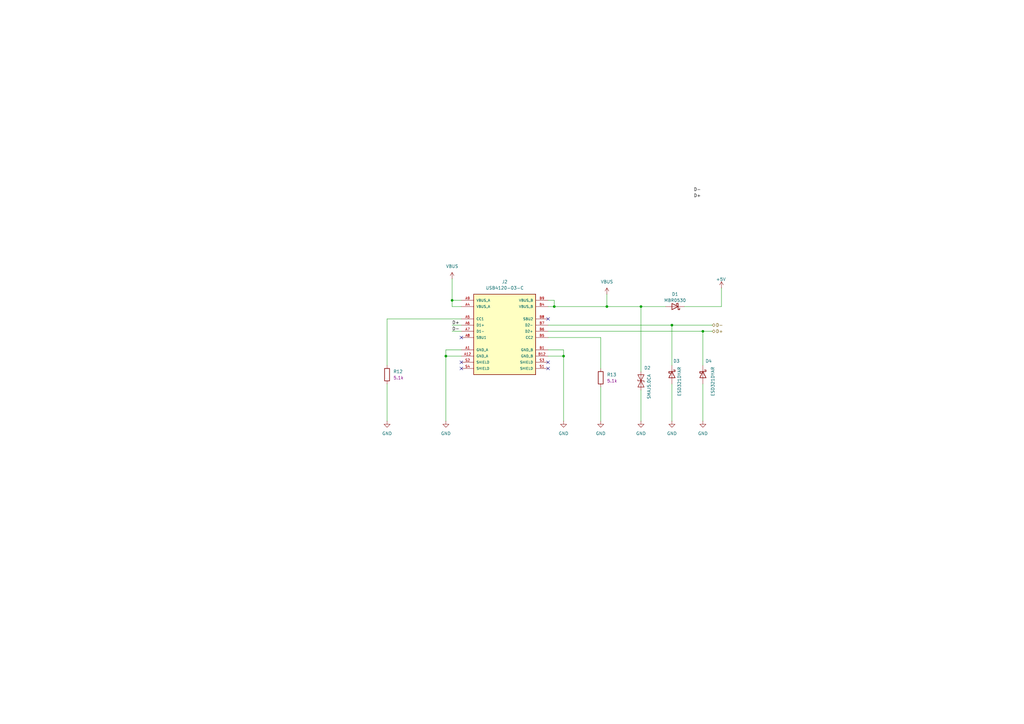
<source format=kicad_sch>
(kicad_sch (version 20250114) (generator "eeschema") (generator_version "9.0")
  (paper "A3")
  (title_block (title "USB-C connector") (rev "v0.1"))
  (lib_symbols
    (symbol "2s_Resistor_0603:5.1k_0603" (pin_numbers (hide yes)) (pin_names (offset 0))
      (property "Reference" "R" (at 2.032 0 90))
      (property "Display" "5.1k" (at 3.81 0 90))
      (symbol "5.1k_0603_0_1"
        (rectangle (start -1.016 -2.54) (end 1.016 2.54) (stroke (width 0.254)))
      )
      (symbol "5.1k_0603_1_1"
        (pin passive line (at 0 3.81 270) (length 1.27) (name "~") (number "1"))
        (pin passive line (at 0 -3.81 90) (length 1.27) (name "~") (number "2"))
      )
    )
    (symbol "2s_connectors:USB4120-03-C" (pin_names (offset 1.016))
      (property "Reference" "J" (at -12.7 16.002 0))
      (property "Value" "USB4120-03-C" (at -12.7 -18.542 0))
      (symbol "USB4120-03-C_0_0"
        (rectangle (start -12.7 15.24) (end 12.7 -17.78) (stroke (width 0.254)) (fill (type background)))
        (pin power_in line (at -17.78 12.7 0) (length 5.08) (name "VBUS_A") (number "A9"))
        (pin power_in line (at -17.78 10.16 0) (length 5.08) (name "VBUS_A") (number "A4"))
        (pin bidirectional line (at -17.78 5.08 0) (length 5.08) (name "CC1") (number "A5"))
        (pin bidirectional line (at -17.78 2.54 0) (length 5.08) (name "D1+") (number "A6"))
        (pin bidirectional line (at -17.78 0 0) (length 5.08) (name "D1-") (number "A7"))
        (pin bidirectional line (at -17.78 -2.54 0) (length 5.08) (name "SBU1") (number "A8"))
        (pin power_in line (at -17.78 -7.62 0) (length 5.08) (name "GND_A") (number "A1"))
        (pin power_in line (at -17.78 -10.16 0) (length 5.08) (name "GND_A") (number "A12"))
        (pin passive line (at -17.78 -12.7 0) (length 5.08) (name "SHIELD") (number "S2"))
        (pin passive line (at -17.78 -15.24 0) (length 5.08) (name "SHIELD") (number "S4"))
        (pin power_in line (at 17.78 12.7 180) (length 5.08) (name "VBUS_B") (number "B9"))
        (pin power_in line (at 17.78 10.16 180) (length 5.08) (name "VBUS_B") (number "B4"))
        (pin bidirectional line (at 17.78 5.08 180) (length 5.08) (name "SBU2") (number "B8"))
        (pin bidirectional line (at 17.78 2.54 180) (length 5.08) (name "D2-") (number "B7"))
        (pin bidirectional line (at 17.78 0 180) (length 5.08) (name "D2+") (number "B6"))
        (pin bidirectional line (at 17.78 -2.54 180) (length 5.08) (name "CC2") (number "B5"))
        (pin power_in line (at 17.78 -7.62 180) (length 5.08) (name "GND_B") (number "B1"))
        (pin power_in line (at 17.78 -10.16 180) (length 5.08) (name "GND_B") (number "B12"))
        (pin passive line (at 17.78 -12.7 180) (length 5.08) (name "SHIELD") (number "S3"))
        (pin passive line (at 17.78 -15.24 180) (length 5.08) (name "SHIELD") (number "S1"))
      )
    )
    (symbol "2s_diodes:ESD321DYAR" (pin_numbers (hide yes)) (pin_names (offset 1.016) (hide yes))
      (property "Reference" "D" (at 0 2.54 0))
      (property "Value" "ESD321DYAR" (at 0 -2.54 0))
      (symbol "ESD321DYAR_0_1"
        (polyline (pts (xy -1.905 0.635) (xy -1.905 1.27) (xy -1.27 1.27) (xy -1.27 -1.27) (xy -0.635 -1.27) (xy -0.635 -0.635)) (stroke (width 0.254)))
        (polyline (pts (xy 1.27 1.27) (xy 1.27 -1.27) (xy -1.27 0) (xy 1.27 1.27)) (stroke (width 0.254)))
        (polyline (pts (xy 1.27 0) (xy -1.27 0)))
      )
      (symbol "ESD321DYAR_1_1"
        (pin passive line (at -3.81 0 0) (length 2.54) (name "K") (number "1"))
        (pin passive line (at 3.81 0 180) (length 2.54) (name "A") (number "2"))
      )
    )
    (symbol "2s_diodes:MBR0530" (pin_numbers (hide yes)) (pin_names (offset 1.016) (hide yes))
      (property "Reference" "D" (at 0 2.54 0))
      (property "Value" "MBR0530" (at 0 -2.54 0))
      (symbol "MBR0530_0_1"
        (polyline (pts (xy -1.905 0.635) (xy -1.905 1.27) (xy -1.27 1.27) (xy -1.27 -1.27) (xy -0.635 -1.27) (xy -0.635 -0.635)) (stroke (width 0.254)))
        (polyline (pts (xy 1.27 1.27) (xy 1.27 -1.27) (xy -1.27 0) (xy 1.27 1.27)) (stroke (width 0.254)))
        (polyline (pts (xy 1.27 0) (xy -1.27 0)))
      )
      (symbol "MBR0530_1_1"
        (pin passive line (at -3.81 0 0) (length 2.54) (name "K") (number "1"))
        (pin passive line (at 3.81 0 180) (length 2.54) (name "A") (number "2"))
      )
    )
    (symbol "2s_diodes:SMAJ5.0CA" (pin_numbers (hide yes)) (pin_names (offset 1.016) (hide yes))
      (property "Reference" "D" (at 0 2.54 0))
      (property "Value" "SMAJ5.0CA" (at 0 -2.54 0))
      (symbol "SMAJ5.0CA_0_1"
        (polyline (pts (xy -2.54 -1.27) (xy 0 0) (xy -2.54 1.27) (xy -2.54 -1.27)) (stroke (width 0.2032)))
        (polyline (pts (xy 0.508 1.27) (xy 0 1.27) (xy 0 -1.27) (xy -0.508 -1.27)) (stroke (width 0.2032)))
        (polyline (pts (xy 1.27 0) (xy -1.27 0)))
        (polyline (pts (xy 2.54 1.27) (xy 2.54 -1.27) (xy 0 0) (xy 2.54 1.27)) (stroke (width 0.2032)))
      )
      (symbol "SMAJ5.0CA_1_1"
        (pin passive line (at -3.81 0 0) (length 2.54) (name "A1") (number "1"))
        (pin passive line (at 3.81 0 180) (length 2.54) (name "A2") (number "2"))
      )
    )
    (symbol "power:+5V" (power) (pin_numbers (hide yes)) (pin_names (offset 0) (hide yes))
      (property "Value" "+5V" (at 0 3.556 0))
      (symbol "+5V_0_1"
        (polyline (pts (xy -0.762 1.27) (xy 0 2.54)))
        (polyline (pts (xy 0 2.54) (xy 0.762 1.27)))
        (polyline (pts (xy 0 0) (xy 0 2.54)))
      )
      (symbol "+5V_1_1"
        (pin power_in line (at 0 0 90) (length 0) (name "~") (number "1"))
      )
    )
    (symbol "power:GND" (power) (pin_numbers (hide yes)) (pin_names (offset 0) (hide yes))
      (property "Value" "GND" (at 0 -3.81 0))
      (symbol "GND_0_1"
        (polyline (pts (xy 0 0) (xy 0 -1.27) (xy 1.27 -1.27) (xy 0 -2.54) (xy -1.27 -1.27) (xy 0 -1.27)))
      )
      (symbol "GND_1_1"
        (pin power_in line (at 0 0 270) (length 0) (name "~") (number "1"))
      )
    )
    (symbol "power:VBUS" (power) (pin_numbers (hide yes)) (pin_names (offset 0) (hide yes))
      (property "Value" "VBUS" (at 0 3.556 0))
      (symbol "VBUS_0_1"
        (polyline (pts (xy -0.762 1.27) (xy 0 2.54)))
        (polyline (pts (xy 0 2.54) (xy 0.762 1.27)))
        (polyline (pts (xy 0 0) (xy 0 2.54)))
      )
      (symbol "VBUS_1_1"
        (pin power_in line (at 0 0 90) (length 0) (name "~") (number "1"))
      )
    )
  )
  (junction (at 248.92 125.73))
  (junction (at 227.33 125.73))
  (junction (at 182.88 146.05))
  (junction (at 275.59 133.35))
  (junction (at 288.29 135.89))
  (junction (at 262.89 125.73))
  (junction (at 185.42 123.19))
  (junction (at 231.14 146.05))
  (no_connect (at 189.23 148.59))
  (no_connect (at 224.79 130.81))
  (no_connect (at 224.79 151.13))
  (no_connect (at 189.23 138.43))
  (no_connect (at 189.23 151.13))
  (no_connect (at 224.79 148.59))
  (wire (pts (xy 224.79 133.35) (xy 275.59 133.35)))
  (wire (pts (xy 182.88 146.05) (xy 182.88 172.72)))
  (wire (pts (xy 185.42 123.19) (xy 185.42 114.3)))
  (wire (pts (xy 158.75 157.48) (xy 158.75 172.72)))
  (wire (pts (xy 224.79 125.73) (xy 227.33 125.73)))
  (wire (pts (xy 280.67 125.73) (xy 295.91 125.73)))
  (wire (pts (xy 248.92 120.65) (xy 248.92 125.73)))
  (wire (pts (xy 275.59 133.35) (xy 292.1 133.35)))
  (wire (pts (xy 189.23 125.73) (xy 185.42 125.73)))
  (wire (pts (xy 262.89 160.02) (xy 262.89 172.72)))
  (wire (pts (xy 185.42 123.19) (xy 189.23 123.19)))
  (wire (pts (xy 185.42 133.35) (xy 189.23 133.35)))
  (wire (pts (xy 262.89 125.73) (xy 262.89 152.4)))
  (wire (pts (xy 262.89 125.73) (xy 273.05 125.73)))
  (wire (pts (xy 182.88 146.05) (xy 189.23 146.05)))
  (wire (pts (xy 158.75 130.81) (xy 158.75 149.86)))
  (wire (pts (xy 288.29 135.89) (xy 292.1 135.89)))
  (wire (pts (xy 275.59 133.35) (xy 275.59 149.86)))
  (wire (pts (xy 224.79 135.89) (xy 288.29 135.89)))
  (wire (pts (xy 224.79 123.19) (xy 227.33 123.19)))
  (wire (pts (xy 246.38 158.75) (xy 246.38 172.72)))
  (wire (pts (xy 295.91 118.11) (xy 295.91 125.73)))
  (wire (pts (xy 246.38 138.43) (xy 246.38 151.13)))
  (wire (pts (xy 189.23 143.51) (xy 182.88 143.51)))
  (wire (pts (xy 185.42 125.73) (xy 185.42 123.19)))
  (wire (pts (xy 185.42 135.89) (xy 189.23 135.89)))
  (wire (pts (xy 288.29 157.48) (xy 288.29 172.72)))
  (wire (pts (xy 189.23 130.81) (xy 158.75 130.81)))
  (wire (pts (xy 248.92 125.73) (xy 262.89 125.73)))
  (wire (pts (xy 227.33 123.19) (xy 227.33 125.73)))
  (wire (pts (xy 224.79 143.51) (xy 231.14 143.51)))
  (wire (pts (xy 224.79 146.05) (xy 231.14 146.05)))
  (wire (pts (xy 275.59 157.48) (xy 275.59 172.72)))
  (wire (pts (xy 224.79 138.43) (xy 246.38 138.43)))
  (wire (pts (xy 231.14 146.05) (xy 231.14 172.72)))
  (wire (pts (xy 227.33 125.73) (xy 248.92 125.73)))
  (wire (pts (xy 182.88 143.51) (xy 182.88 146.05)))
  (wire (pts (xy 231.14 143.51) (xy 231.14 146.05)))
  (wire (pts (xy 288.29 135.89) (xy 288.29 149.86)))
  (label "D+" (at 284.48 81.28 0))
  (label "D-" (at 284.48 78.74 0))
  (label "D+" (at 185.42 133.35 0))
  (label "D-" (at 185.42 135.89 0))
  (hierarchical_label "D-" (shape bidirectional) (at 292.1 133.35 0))
  (hierarchical_label "D+" (shape bidirectional) (at 292.1 135.89 0))
  (symbol (lib_id "power:GND") (at 182.88 172.72 0) (unit 1)
    (property "Reference" "#PWR08" (effects (hide yes)))
    (property "Value" "GND" (at 182.88 177.8 0))
    (property "Description" "Power symbol creates a global label with name \"GND\" , ground" (effects (hide yes)))
  )
  (symbol (lib_id "2s_diodes:ESD321DYAR") (at 275.59 153.67 270) (unit 1)
    (property "Reference" "D3" (at 276.098 148.082 90) (effects (justify left)))
    (property "Value" "ESD321DYAR" (at 278.638 150.368 0) (effects (justify left)))
    (property "Footprint" "Package_TO_SOT_SMD:SOT-523" (effects (hide yes)))
    (property "Datasheet" "https://www.ti.com/lit/ds/symlink/esd321.pdf" (effects (hide yes)))
    (property "Description" "TVS DIODE 3.6VWM 6.3VC SOT5X3" (effects (hide yes)))
    (property "Manufacturer" "Texas Instruments" (effects (hide yes)))
    (property "MPN" "ESD321DYAR" (effects (hide yes)))
    (property "Digi-Key_PN" "296-ESD321DYARTR-ND" (effects (hide yes)))
  )
  (symbol (lib_id "power:GND") (at 262.89 172.72 0) (unit 1)
    (property "Reference" "#PWR061" (effects (hide yes)))
    (property "Value" "GND" (at 262.89 177.8 0))
    (property "Description" "Power symbol creates a global label with name \"GND\" , ground" (effects (hide yes)))
  )
  (symbol (lib_id "power:VBUS") (at 185.42 114.3 0) (unit 1)
    (property "Reference" "#PWR01" (effects (hide yes)))
    (property "Value" "VBUS" (at 185.42 109.22 0))
    (property "Description" "Power symbol creates a global label with name \"VBUS\"" (effects (hide yes)))
  )
  (symbol (lib_id "power:GND") (at 231.14 172.72 0) (unit 1)
    (property "Reference" "#PWR057" (effects (hide yes)))
    (property "Value" "GND" (at 231.14 177.8 0))
    (property "Description" "Power symbol creates a global label with name \"GND\" , ground" (effects (hide yes)))
  )
  (symbol (lib_id "power:GND") (at 158.75 172.72 0) (unit 1)
    (property "Reference" "#PWR056" (effects (hide yes)))
    (property "Value" "GND" (at 158.75 177.8 0))
    (property "Description" "Power symbol creates a global label with name \"GND\" , ground" (effects (hide yes)))
  )
  (symbol (lib_id "2s_Resistor_0603:5.1k_0603") (at 246.38 154.94 0) (unit 1)
    (property "Reference" "R13" (at 248.92 153.6699 0) (effects (justify left)))
    (property "Value" "5.1k_0603" (effects (hide yes)))
    (property "Footprint" "Resistor_SMD:R_0603_1608Metric" (effects (hide yes)))
    (property "Description" "5.1k, 1%, 1/10W, 0603" (effects (hide yes)))
    (property "Specifications" "5.1k, 1%, 1/10W, 0603" (effects (hide yes)))
    (property "Manufacturer" "Yageo" (effects (hide yes)))
    (property "MPN" "RC0603FR-075K1L" (effects (hide yes)))
    (property "Display" "5.1k" (at 248.92 156.2099 0) (effects (justify left)))
    (property "JLCPCB ID" "C105580" (effects (hide yes)))
    (property "Production Stage" "A" (effects (hide yes)))
  )
  (symbol (lib_id "2s_connectors:USB4120-03-C") (at 207.01 135.89 0) (unit 1)
    (property "Reference" "J2" (at 207.01 115.57 0))
    (property "Value" "USB4120-03-C" (at 207.01 118.11 0))
    (property "Footprint" "2s_connectors:GCT_USB4120-03-C_REVA" (effects (hide yes)))
    (property "Datasheet" "https://gct.co/files/specs/usb4120-spec.pdf" (effects (hide yes)))
    (property "Manufacturer" "GCT" (effects (hide yes)))
    (property "MPN" "USB4120-03-C" (effects (hide yes)))
    (property "Digi-Key_PN" "2073-USB4120-03-CTR-ND" (effects (hide yes)))
  )
  (symbol (lib_id "2s_Resistor_0603:5.1k_0603") (at 158.75 153.67 0) (unit 1)
    (property "Reference" "R12" (at 161.29 152.3999 0) (effects (justify left)))
    (property "Value" "5.1k_0603" (effects (hide yes)))
    (property "Footprint" "Resistor_SMD:R_0603_1608Metric" (effects (hide yes)))
    (property "Description" "5.1k, 1%, 1/10W, 0603" (effects (hide yes)))
    (property "Specifications" "5.1k, 1%, 1/10W, 0603" (effects (hide yes)))
    (property "Manufacturer" "Yageo" (effects (hide yes)))
    (property "MPN" "RC0603FR-075K1L" (effects (hide yes)))
    (property "Display" "5.1k" (at 161.29 154.9399 0) (effects (justify left)))
    (property "JLCPCB ID" "C105580" (effects (hide yes)))
    (property "Production Stage" "A" (effects (hide yes)))
  )
  (symbol (lib_id "power:GND") (at 275.59 172.72 0) (unit 1)
    (property "Reference" "#PWR062" (effects (hide yes)))
    (property "Value" "GND" (at 275.59 177.8 0))
    (property "Description" "Power symbol creates a global label with name \"GND\" , ground" (effects (hide yes)))
  )
  (symbol (lib_id "power:GND") (at 246.38 172.72 0) (unit 1)
    (property "Reference" "#PWR059" (effects (hide yes)))
    (property "Value" "GND" (at 246.38 177.8 0))
    (property "Description" "Power symbol creates a global label with name \"GND\" , ground" (effects (hide yes)))
  )
  (symbol (lib_id "2s_diodes:MBR0530") (at 276.86 125.73 180) (unit 1)
    (property "Reference" "D1" (at 276.86 120.65 0))
    (property "Value" "MBR0530" (at 276.86 123.19 0))
    (property "Footprint" "Diode_SMD:D_SOD-123" (effects (hide yes)))
    (property "Datasheet" "http://www.mccsemi.com/up_pdf/MBR0520~MBR0580(SOD123).pdf" (effects (hide yes)))
    (property "Description" "30V 0.5A Schottky Power Rectifier Diode, SOD-123" (effects (hide yes)))
    (property "Manufacturer" "MCC (Micro Commercial Components)" (effects (hide yes)))
    (property "MPN" "MBR0530-TP" (effects (hide yes)))
    (property "Digi-Key_PN" "MBR0530TPMSTR-ND" (effects (hide yes)))
  )
  (symbol (lib_id "power:GND") (at 288.29 172.72 0) (unit 1)
    (property "Reference" "#PWR063" (effects (hide yes)))
    (property "Value" "GND" (at 288.29 177.8 0))
    (property "Description" "Power symbol creates a global label with name \"GND\" , ground" (effects (hide yes)))
  )
  (symbol (lib_id "2s_diodes:ESD321DYAR") (at 288.29 153.67 270) (unit 1)
    (property "Reference" "D4" (at 289.306 148.082 90) (effects (justify left)))
    (property "Value" "ESD321DYAR" (at 292.354 150.368 0) (effects (justify left)))
    (property "Footprint" "Package_TO_SOT_SMD:SOT-523" (effects (hide yes)))
    (property "Datasheet" "https://www.ti.com/lit/ds/symlink/esd321.pdf" (effects (hide yes)))
    (property "Description" "TVS DIODE 3.6VWM 6.3VC SOT5X3" (effects (hide yes)))
    (property "Manufacturer" "Texas Instruments" (effects (hide yes)))
    (property "MPN" "ESD321DYAR" (effects (hide yes)))
    (property "Digi-Key_PN" "296-ESD321DYARTR-ND" (effects (hide yes)))
  )
  (symbol (lib_id "2s_diodes:SMAJ5.0CA") (at 262.89 156.21 90) (unit 1)
    (property "Reference" "D2" (at 264.16 150.876 90) (effects (justify right)))
    (property "Value" "SMAJ5.0CA" (at 266.192 153.416 0) (effects (justify right)))
    (property "Footprint" "Diode_SMD:D_SMA" (effects (hide yes)))
    (property "Datasheet" "https://www.littelfuse.com/media?resourcetype=datasheets&itemid=75e32973-b177-4ee3-a0ff-cedaf1abdb93&filename=smaj-datasheet" (effects (hide yes)))
    (property "Description" "400W bidirectional Transient Voltage Suppressor, 5.0Vr, SMA(DO-214AC)" (effects (hide yes)))
    (property "MPN" "SMAJ5.0CA" (effects (hide yes)))
    (property "Manufacturer" "Littelfuse Inc." (effects (hide yes)))
    (property "Digi-Key_PN" "SMAJ5.0CALFTR-ND" (effects (hide yes)))
  )
  (symbol (lib_id "power:+5V") (at 295.91 118.11 0) (unit 1)
    (property "Reference" "#PWR03" (effects (hide yes)))
    (property "Value" "+5V" (at 293.624 114.554 0) (effects (justify left)))
    (property "Description" "Power symbol creates a global label with name \"+5V\"" (effects (hide yes)))
  )
  (symbol (lib_id "power:VBUS") (at 248.92 120.65 0) (unit 1)
    (property "Reference" "#PWR055" (effects (hide yes)))
    (property "Value" "VBUS" (at 248.92 115.57 0))
    (property "Description" "Power symbol creates a global label with name \"VBUS\"" (effects (hide yes)))
  )
)
</source>
